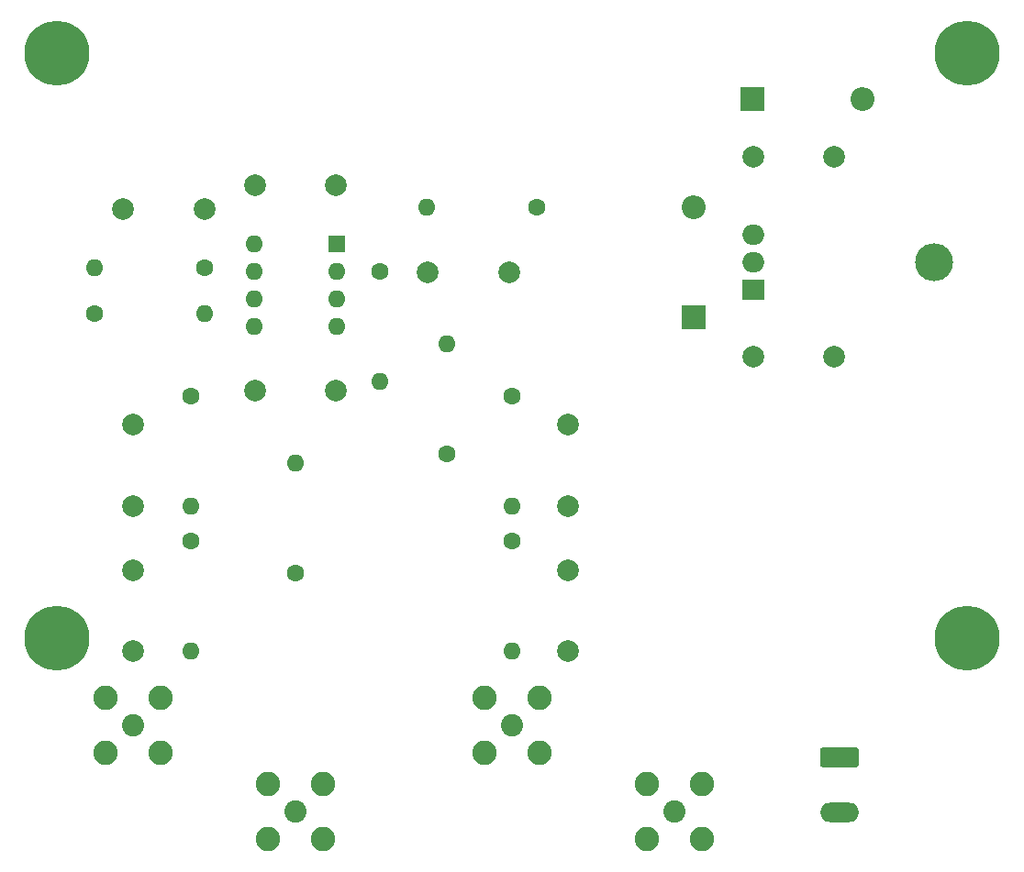
<source format=gts>
%TF.GenerationSoftware,KiCad,Pcbnew,(6.0.11)*%
%TF.CreationDate,2023-02-06T13:48:57-06:00*%
%TF.ProjectId,InterferometerElectronics,496e7465-7266-4657-926f-6d6574657245,rev?*%
%TF.SameCoordinates,Original*%
%TF.FileFunction,Soldermask,Top*%
%TF.FilePolarity,Negative*%
%FSLAX46Y46*%
G04 Gerber Fmt 4.6, Leading zero omitted, Abs format (unit mm)*
G04 Created by KiCad (PCBNEW (6.0.11)) date 2023-02-06 13:48:57*
%MOMM*%
%LPD*%
G01*
G04 APERTURE LIST*
G04 Aperture macros list*
%AMRoundRect*
0 Rectangle with rounded corners*
0 $1 Rounding radius*
0 $2 $3 $4 $5 $6 $7 $8 $9 X,Y pos of 4 corners*
0 Add a 4 corners polygon primitive as box body*
4,1,4,$2,$3,$4,$5,$6,$7,$8,$9,$2,$3,0*
0 Add four circle primitives for the rounded corners*
1,1,$1+$1,$2,$3*
1,1,$1+$1,$4,$5*
1,1,$1+$1,$6,$7*
1,1,$1+$1,$8,$9*
0 Add four rect primitives between the rounded corners*
20,1,$1+$1,$2,$3,$4,$5,0*
20,1,$1+$1,$4,$5,$6,$7,0*
20,1,$1+$1,$6,$7,$8,$9,0*
20,1,$1+$1,$8,$9,$2,$3,0*%
G04 Aperture macros list end*
%ADD10C,1.600000*%
%ADD11O,1.600000X1.600000*%
%ADD12RoundRect,0.250000X-1.550000X0.650000X-1.550000X-0.650000X1.550000X-0.650000X1.550000X0.650000X0*%
%ADD13O,3.600000X1.800000*%
%ADD14C,2.050000*%
%ADD15C,2.250000*%
%ADD16C,0.800000*%
%ADD17C,6.000000*%
%ADD18R,2.200000X2.200000*%
%ADD19O,2.200000X2.200000*%
%ADD20C,2.000000*%
%ADD21R,1.600000X1.600000*%
%ADD22O,3.500000X3.500000*%
%ADD23R,2.000000X1.905000*%
%ADD24O,2.000000X1.905000*%
G04 APERTURE END LIST*
D10*
%TO.C,R2*%
X82800000Y-48120000D03*
D11*
X82800000Y-58280000D03*
%TD*%
D12*
%TO.C,J1*%
X125200000Y-93000000D03*
D13*
X125200000Y-98080000D03*
%TD*%
D14*
%TO.C,J3*%
X95000000Y-90000000D03*
D15*
X97540000Y-87460000D03*
X97540000Y-92540000D03*
X92460000Y-92540000D03*
X92460000Y-87460000D03*
%TD*%
D14*
%TO.C,J5*%
X60000000Y-90000000D03*
D15*
X62540000Y-87460000D03*
X62540000Y-92540000D03*
X57460000Y-92540000D03*
X57460000Y-87460000D03*
%TD*%
D16*
%TO.C,H1*%
X135409010Y-26409010D03*
X138590990Y-26409010D03*
X135409010Y-29590990D03*
X134750000Y-28000000D03*
D17*
X137000000Y-28000000D03*
D16*
X139250000Y-28000000D03*
X137000000Y-25750000D03*
X137000000Y-30250000D03*
X138590990Y-29590990D03*
%TD*%
%TO.C,H3*%
X53000000Y-25750000D03*
X54590990Y-29590990D03*
D17*
X53000000Y-28000000D03*
D16*
X50750000Y-28000000D03*
X51409010Y-29590990D03*
X51409010Y-26409010D03*
X54590990Y-26409010D03*
X53000000Y-30250000D03*
X55250000Y-28000000D03*
%TD*%
D14*
%TO.C,J4*%
X75000000Y-98000000D03*
D15*
X72460000Y-95460000D03*
X77540000Y-95460000D03*
X72460000Y-100540000D03*
X77540000Y-100540000D03*
%TD*%
D14*
%TO.C,J2*%
X110000000Y-98000000D03*
D15*
X107460000Y-95460000D03*
X107460000Y-100540000D03*
X112540000Y-95460000D03*
X112540000Y-100540000D03*
%TD*%
D16*
%TO.C,H4*%
X51409010Y-83590990D03*
X55250000Y-82000000D03*
X51409010Y-80409010D03*
X53000000Y-79750000D03*
D17*
X53000000Y-82000000D03*
D16*
X54590990Y-80409010D03*
X50750000Y-82000000D03*
X53000000Y-84250000D03*
X54590990Y-83590990D03*
%TD*%
%TO.C,H2*%
X139250000Y-82000000D03*
X137000000Y-84250000D03*
X138590990Y-80409010D03*
X135409010Y-80409010D03*
X135409010Y-83590990D03*
X138590990Y-83590990D03*
X137000000Y-79750000D03*
D17*
X137000000Y-82000000D03*
D16*
X134750000Y-82000000D03*
%TD*%
D18*
%TO.C,D1*%
X111750000Y-52330000D03*
D19*
X111750000Y-42170000D03*
%TD*%
D20*
%TO.C,C11*%
X100200000Y-83200000D03*
X100200000Y-75700000D03*
%TD*%
D21*
%TO.C,U2*%
X78800000Y-45600000D03*
D11*
X78800000Y-48140000D03*
X78800000Y-50680000D03*
X78800000Y-53220000D03*
X71180000Y-53220000D03*
X71180000Y-50680000D03*
X71180000Y-48140000D03*
X71180000Y-45600000D03*
%TD*%
D10*
%TO.C,R7*%
X95000000Y-59640000D03*
D11*
X95000000Y-69800000D03*
%TD*%
D20*
%TO.C,C1*%
X117250000Y-56000000D03*
X124750000Y-56000000D03*
%TD*%
%TO.C,C3*%
X71250000Y-40150000D03*
X78750000Y-40150000D03*
%TD*%
%TO.C,C4*%
X78750000Y-59150000D03*
X71250000Y-59150000D03*
%TD*%
%TO.C,C2*%
X117250000Y-37500000D03*
X124750000Y-37500000D03*
%TD*%
D22*
%TO.C,U1*%
X133910000Y-47250000D03*
D23*
X117250000Y-49790000D03*
D24*
X117250000Y-47250000D03*
X117250000Y-44710000D03*
%TD*%
D10*
%TO.C,R6*%
X66600000Y-47800000D03*
D11*
X56440000Y-47800000D03*
%TD*%
D10*
%TO.C,R4*%
X75000000Y-75960000D03*
D11*
X75000000Y-65800000D03*
%TD*%
D20*
%TO.C,C8*%
X66600000Y-42400000D03*
X59100000Y-42400000D03*
%TD*%
D10*
%TO.C,R10*%
X65400000Y-73040000D03*
D11*
X65400000Y-83200000D03*
%TD*%
D10*
%TO.C,R3*%
X97280000Y-42200000D03*
D11*
X87120000Y-42200000D03*
%TD*%
D10*
%TO.C,R5*%
X56440000Y-52000000D03*
D11*
X66600000Y-52000000D03*
%TD*%
D10*
%TO.C,R9*%
X95000000Y-73040000D03*
D11*
X95000000Y-83200000D03*
%TD*%
D20*
%TO.C,C12*%
X60000000Y-83200000D03*
X60000000Y-75700000D03*
%TD*%
%TO.C,C10*%
X60000000Y-69800000D03*
X60000000Y-62300000D03*
%TD*%
%TO.C,C5*%
X94700000Y-48200000D03*
X87200000Y-48200000D03*
%TD*%
%TO.C,C9*%
X100200000Y-69800000D03*
X100200000Y-62300000D03*
%TD*%
D10*
%TO.C,R8*%
X65400000Y-59640000D03*
D11*
X65400000Y-69800000D03*
%TD*%
D10*
%TO.C,R1*%
X89000000Y-65000000D03*
D11*
X89000000Y-54840000D03*
%TD*%
D18*
%TO.C,D2*%
X117200000Y-32200000D03*
D19*
X127360000Y-32200000D03*
%TD*%
M02*

</source>
